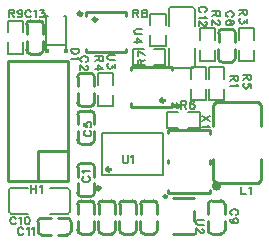
<source format=gto>
G04 Layer: TopSilkscreenLayer*
G04 EasyEDA Pro v1.9.26, 2022-12-23 16:44:12*
G04 Gerber Generator version 0.3*
G04 Scale: 100 percent, Rotated: No, Reflected: No*
G04 Dimensions in millimeters*
G04 Leading zeros omitted, absolute positions, 3 integers and 3 decimals*
%FSLAX33Y33*%
%MOMM*%
%ADD10C,0.1524*%
%ADD11C,0.254*%
%ADD12C,0.0254*%
%ADD13C,0.299999*%
%ADD14C,0.399999*%
G75*


G04 Text Start*
G04 //text: L1*
G54D10*
G01X21666Y-15568D02*
G01X21666Y-16218D01*
G01X21666Y-16218D02*
G01X22037Y-16218D01*
G01X22339Y-15692D02*
G01X22400Y-15659D01*
G01X22494Y-15568D01*
G01Y-16218D01*
G04 //text: C11*
G01X3208Y-19152D02*
G01X3178Y-19088D01*
G01X3114Y-19027D01*
G01X3053Y-18997D01*
G01X2929D01*
G01X2868Y-19027D01*
G01X2804Y-19088D01*
G01X2774Y-19152D01*
G01X2743Y-19243D01*
G01Y-19398D01*
G01X2774Y-19492D01*
G01X2804Y-19553D01*
G01X2868Y-19616D01*
G01X2929Y-19647D01*
G01X3053D01*
G01X3114Y-19616D01*
G01X3178Y-19553D01*
G01X3208Y-19492D01*
G01X3508Y-19121D02*
G01X3571Y-19088D01*
G01X3663Y-18997D01*
G01Y-19647D01*
G01X3965Y-19121D02*
G01X4026Y-19088D01*
G01X4120Y-18997D01*
G01Y-19647D01*
G04 //text: U1*
G01X11633Y-12901D02*
G01X11633Y-13365D01*
G01X11664Y-13457D01*
G01X11727Y-13520D01*
G01X11819Y-13551D01*
G01X11882D01*
G01X11974Y-13520D01*
G01X12035Y-13457D01*
G01X12068Y-13365D01*
G01Y-12901D01*
G01X12367Y-13025D02*
G01X12431Y-12992D01*
G01X12522Y-12901D01*
G01Y-13551D01*
G04 //text: C1*
G01X8362Y-14699D02*
G01X8299Y-14729D01*
G01X8238Y-14793D01*
G01X8207Y-14854D01*
G01Y-14978D01*
G01X8238Y-15039D01*
G01X8299Y-15103D01*
G01X8362Y-15133D01*
G01X8453Y-15164D01*
G01X8608D01*
G01X8702Y-15133D01*
G01X8763Y-15103D01*
G01X8827Y-15039D01*
G01X8857Y-14978D01*
G01Y-14854D01*
G01X8827Y-14793D01*
G01X8763Y-14729D01*
G01X8702Y-14699D01*
G01X8332Y-14399D02*
G01X8299Y-14336D01*
G01X8207Y-14244D01*
G01X8857D01*
G04 //text: C5*
G01X8482Y-10807D02*
G01X8419Y-10837D01*
G01X8358Y-10900D01*
G01X8327Y-10961D01*
G01Y-11086D01*
G01X8358Y-11147D01*
G01X8419Y-11210D01*
G01X8482Y-11241D01*
G01X8574Y-11271D01*
G01X8729D01*
G01X8822Y-11241D01*
G01X8883Y-11210D01*
G01X8947Y-11147D01*
G01X8977Y-11086D01*
G01Y-10961D01*
G01X8947Y-10900D01*
G01X8883Y-10837D01*
G01X8822Y-10807D01*
G01X8327Y-10133D02*
G01X8327Y-10443D01*
G01X8604Y-10474D01*
G01X8574Y-10443D01*
G01X8543Y-10352D01*
G01Y-10258D01*
G01X8574Y-10166D01*
G01X8637Y-10103D01*
G01X8729Y-10072D01*
G01X8792D01*
G01X8883Y-10103D01*
G01X8947Y-10166D01*
G01X8977Y-10258D01*
G01Y-10352D01*
G01X8947Y-10443D01*
G01X8914Y-10474D01*
G01X8853Y-10507D01*
G04 //text: R6*
G01X16586Y-8329D02*
G01X16586Y-8979D01*
G01X16586Y-8329D02*
G01X16866Y-8329D01*
G01X16957Y-8359D01*
G01X16988Y-8390D01*
G01X17021Y-8453D01*
G01Y-8514D01*
G01X16988Y-8575D01*
G01X16957Y-8606D01*
G01X16866Y-8639D01*
G01X16586D01*
G01X16802Y-8639D02*
G01X17021Y-8979D01*
G01X17691Y-8420D02*
G01X17661Y-8359D01*
G01X17569Y-8329D01*
G01X17506D01*
G01X17414Y-8359D01*
G01X17351Y-8453D01*
G01X17320Y-8606D01*
G01Y-8760D01*
G01X17351Y-8885D01*
G01X17414Y-8948D01*
G01X17506Y-8979D01*
G01X17536D01*
G01X17630Y-8948D01*
G01X17691Y-8885D01*
G01X17724Y-8793D01*
G01Y-8760D01*
G01X17691Y-8669D01*
G01X17630Y-8606D01*
G01X17536Y-8575D01*
G01X17506D01*
G01X17414Y-8606D01*
G01X17351Y-8669D01*
G01X17320Y-8760D01*
G04 //text: X1*
G01X18976Y-9601D02*
G01X18326Y-10036D01*
G01X18976Y-10036D02*
G01X18326Y-9601D01*
G01X18852Y-10335D02*
G01X18885Y-10399D01*
G01X18976Y-10490D01*
G01X18326D01*
G04 //text: U2*
G01X18468Y-18364D02*
G01X18004Y-18364D01*
G01X17912Y-18395D01*
G01X17849Y-18458D01*
G01X17818Y-18550D01*
G01Y-18613D01*
G01X17849Y-18705D01*
G01X17912Y-18766D01*
G01X18004Y-18799D01*
G01X18468D01*
G01X18313Y-19129D02*
G01X18344Y-19129D01*
G01X18407Y-19162D01*
G01X18438Y-19192D01*
G01X18468Y-19253D01*
G01Y-19378D01*
G01X18438Y-19439D01*
G01X18407Y-19469D01*
G01X18344Y-19502D01*
G01X18283D01*
G01X18222Y-19469D01*
G01X18128Y-19408D01*
G01X17818Y-19098D01*
G01Y-19533D01*
G04 //text: C9*
G01X21234Y-17940D02*
G01X21298Y-17910D01*
G01X21359Y-17846D01*
G01X21389Y-17785D01*
G01Y-17661D01*
G01X21359Y-17600D01*
G01X21298Y-17536D01*
G01X21234Y-17506D01*
G01X21143Y-17475D01*
G01X20988D01*
G01X20894Y-17506D01*
G01X20833Y-17536D01*
G01X20770Y-17600D01*
G01X20739Y-17661D01*
G01Y-17785D01*
G01X20770Y-17846D01*
G01X20833Y-17910D01*
G01X20894Y-17940D01*
G01X21173Y-18644D02*
G01X21079Y-18613D01*
G01X21019Y-18550D01*
G01X20988Y-18458D01*
G01Y-18425D01*
G01X21019Y-18334D01*
G01X21079Y-18273D01*
G01X21173Y-18240D01*
G01X21204D01*
G01X21298Y-18273D01*
G01X21359Y-18334D01*
G01X21389Y-18425D01*
G01Y-18458D01*
G01X21359Y-18550D01*
G01X21298Y-18613D01*
G01X21173Y-18644D01*
G01X21019D01*
G01X20864Y-18613D01*
G01X20770Y-18550D01*
G01X20739Y-18458D01*
G01Y-18395D01*
G01X20770Y-18303D01*
G01X20833Y-18273D01*
G04 //text: R7*
G01X12901Y-5258D02*
G01X13551Y-5258D01*
G01X12901Y-5258D02*
G01X12901Y-4978D01*
G01X12931Y-4887D01*
G01X12962Y-4856D01*
G01X13025Y-4823D01*
G01X13086D01*
G01X13147Y-4856D01*
G01X13178Y-4887D01*
G01X13211Y-4978D01*
G01Y-5258D01*
G01X13211Y-5042D02*
G01X13551Y-4823D01*
G01X12901Y-4089D02*
G01X13551Y-4399D01*
G01X12901Y-4524D02*
G01X12901Y-4089D01*
G04 //text: R8*
G01X12522Y-582D02*
G01X12522Y-1232D01*
G01X12522Y-582D02*
G01X12802Y-582D01*
G01X12893Y-612D01*
G01X12924Y-643D01*
G01X12957Y-706D01*
G01Y-767D01*
G01X12924Y-828D01*
G01X12893Y-859D01*
G01X12802Y-892D01*
G01X12522D01*
G01X12738Y-892D02*
G01X12957Y-1232D01*
G01X13411Y-582D02*
G01X13320Y-612D01*
G01X13287Y-673D01*
G01Y-737D01*
G01X13320Y-798D01*
G01X13381Y-828D01*
G01X13505Y-859D01*
G01X13597Y-892D01*
G01X13660Y-952D01*
G01X13691Y-1013D01*
G01Y-1107D01*
G01X13660Y-1168D01*
G01X13627Y-1201D01*
G01X13536Y-1232D01*
G01X13411D01*
G01X13320Y-1201D01*
G01X13287Y-1168D01*
G01X13256Y-1107D01*
G01Y-1013D01*
G01X13287Y-952D01*
G01X13350Y-892D01*
G01X13442Y-859D01*
G01X13566Y-828D01*
G01X13627Y-798D01*
G01X13660Y-737D01*
G01Y-673D01*
G01X13627Y-612D01*
G01X13536Y-582D01*
G01X13411D01*
G04 //text: C2*
G01X8534Y-4986D02*
G01X8598Y-4956D01*
G01X8659Y-4892D01*
G01X8689Y-4831D01*
G01Y-4707D01*
G01X8659Y-4646D01*
G01X8598Y-4582D01*
G01X8534Y-4552D01*
G01X8443Y-4521D01*
G01X8288D01*
G01X8194Y-4552D01*
G01X8133Y-4582D01*
G01X8070Y-4646D01*
G01X8039Y-4707D01*
G01Y-4831D01*
G01X8070Y-4892D01*
G01X8133Y-4956D01*
G01X8194Y-4986D01*
G01X8534Y-5319D02*
G01X8565Y-5319D01*
G01X8628Y-5349D01*
G01X8659Y-5380D01*
G01X8689Y-5441D01*
G01Y-5565D01*
G01X8659Y-5626D01*
G01X8628Y-5659D01*
G01X8565Y-5690D01*
G01X8504D01*
G01X8443Y-5659D01*
G01X8349Y-5596D01*
G01X8039Y-5286D01*
G01Y-5720D01*
G04 //text: R4*
G01X9959Y-4521D02*
G01X9309Y-4521D01*
G01X9959Y-4521D02*
G01X9959Y-4801D01*
G01X9929Y-4892D01*
G01X9898Y-4923D01*
G01X9835Y-4956D01*
G01X9774D01*
G01X9713Y-4923D01*
G01X9682Y-4892D01*
G01X9649Y-4801D01*
G01Y-4521D01*
G01X9649Y-4737D02*
G01X9309Y-4956D01*
G01X9959Y-5565D02*
G01X9528Y-5255D01*
G01Y-5720D01*
G01X9959Y-5565D02*
G01X9309Y-5565D01*
G04 //text: R2*
G01X19865Y-711D02*
G01X19215Y-711D01*
G01X19865Y-711D02*
G01X19865Y-991D01*
G01X19835Y-1082D01*
G01X19804Y-1113D01*
G01X19741Y-1146D01*
G01X19680D01*
G01X19619Y-1113D01*
G01X19588Y-1082D01*
G01X19555Y-991D01*
G01Y-711D01*
G01X19555Y-927D02*
G01X19215Y-1146D01*
G01X19710Y-1476D02*
G01X19741Y-1476D01*
G01X19804Y-1509D01*
G01X19835Y-1539D01*
G01X19865Y-1600D01*
G01Y-1725D01*
G01X19835Y-1786D01*
G01X19804Y-1816D01*
G01X19741Y-1849D01*
G01X19680D01*
G01X19619Y-1816D01*
G01X19525Y-1755D01*
G01X19215Y-1445D01*
G01Y-1880D01*
G04 //text: R3*
G01X22151Y-584D02*
G01X21501Y-584D01*
G01X22151Y-584D02*
G01X22151Y-864D01*
G01X22121Y-955D01*
G01X22090Y-986D01*
G01X22027Y-1019D01*
G01X21966D01*
G01X21905Y-986D01*
G01X21874Y-955D01*
G01X21841Y-864D01*
G01Y-584D01*
G01X21841Y-800D02*
G01X21501Y-1019D01*
G01X22151Y-1382D02*
G01X22151Y-1722D01*
G01X21905Y-1534D01*
G01Y-1628D01*
G01X21874Y-1689D01*
G01X21841Y-1722D01*
G01X21750Y-1753D01*
G01X21687D01*
G01X21595Y-1722D01*
G01X21532Y-1659D01*
G01X21501Y-1567D01*
G01Y-1473D01*
G01X21532Y-1382D01*
G01X21565Y-1349D01*
G01X21626Y-1318D01*
G04 //text: R1*
G01X21389Y-6172D02*
G01X20739Y-6172D01*
G01X21389Y-6172D02*
G01X21389Y-6452D01*
G01X21359Y-6543D01*
G01X21328Y-6574D01*
G01X21265Y-6607D01*
G01X21204D01*
G01X21143Y-6574D01*
G01X21112Y-6543D01*
G01X21079Y-6452D01*
G01Y-6172D01*
G01X21079Y-6388D02*
G01X20739Y-6607D01*
G01X21265Y-6906D02*
G01X21298Y-6970D01*
G01X21389Y-7061D01*
G01X20739D01*
G04 //text: R5*
G01X22494Y-6083D02*
G01X21844Y-6083D01*
G01X22494Y-6083D02*
G01X22494Y-6363D01*
G01X22464Y-6454D01*
G01X22433Y-6485D01*
G01X22370Y-6518D01*
G01X22309D01*
G01X22248Y-6485D01*
G01X22217Y-6454D01*
G01X22184Y-6363D01*
G01Y-6083D01*
G01X22184Y-6299D02*
G01X21844Y-6518D01*
G01X22494Y-7188D02*
G01X22494Y-6881D01*
G01X22217Y-6848D01*
G01X22248Y-6881D01*
G01X22278Y-6972D01*
G01Y-7066D01*
G01X22248Y-7158D01*
G01X22184Y-7221D01*
G01X22093Y-7252D01*
G01X22029D01*
G01X21938Y-7221D01*
G01X21874Y-7158D01*
G01X21844Y-7066D01*
G01Y-6972D01*
G01X21874Y-6881D01*
G01X21908Y-6848D01*
G01X21968Y-6817D01*
G04 //text: D1*
G01X7927Y-3886D02*
G01X7277Y-3886D01*
G01X7927Y-3886D02*
G01X7927Y-4102D01*
G01X7897Y-4196D01*
G01X7836Y-4257D01*
G01X7772Y-4288D01*
G01X7681Y-4321D01*
G01X7526D01*
G01X7432Y-4288D01*
G01X7371Y-4257D01*
G01X7308Y-4196D01*
G01X7277Y-4102D01*
G01Y-3886D01*
G01X7803Y-4620D02*
G01X7836Y-4684D01*
G01X7927Y-4775D01*
G01X7277D01*
G04 //text: R9*
G01X1981Y-582D02*
G01X1981Y-1232D01*
G01X1981Y-582D02*
G01X2261Y-582D01*
G01X2352Y-612D01*
G01X2383Y-643D01*
G01X2416Y-706D01*
G01Y-767D01*
G01X2383Y-828D01*
G01X2352Y-859D01*
G01X2261Y-892D01*
G01X1981D01*
G01X2197Y-892D02*
G01X2416Y-1232D01*
G01X3119Y-798D02*
G01X3086Y-892D01*
G01X3025Y-952D01*
G01X2931Y-983D01*
G01X2901D01*
G01X2809Y-952D01*
G01X2746Y-892D01*
G01X2715Y-798D01*
G01Y-767D01*
G01X2746Y-673D01*
G01X2809Y-612D01*
G01X2901Y-582D01*
G01X2931D01*
G01X3025Y-612D01*
G01X3086Y-673D01*
G01X3119Y-798D01*
G01Y-952D01*
G01X3086Y-1107D01*
G01X3025Y-1201D01*
G01X2931Y-1232D01*
G01X2870D01*
G01X2779Y-1201D01*
G01X2746Y-1138D01*
G04 //text: C13*
G01X3843Y-737D02*
G01X3813Y-673D01*
G01X3749Y-612D01*
G01X3688Y-582D01*
G01X3564D01*
G01X3503Y-612D01*
G01X3439Y-673D01*
G01X3409Y-737D01*
G01X3378Y-828D01*
G01Y-983D01*
G01X3409Y-1077D01*
G01X3439Y-1138D01*
G01X3503Y-1201D01*
G01X3564Y-1232D01*
G01X3688D01*
G01X3749Y-1201D01*
G01X3813Y-1138D01*
G01X3843Y-1077D01*
G01X4143Y-706D02*
G01X4206Y-673D01*
G01X4298Y-582D01*
G01Y-1232D01*
G01X4661Y-582D02*
G01X5001Y-582D01*
G01X4816Y-828D01*
G01X4910D01*
G01X4971Y-859D01*
G01X5001Y-892D01*
G01X5032Y-983D01*
G01Y-1046D01*
G01X5001Y-1138D01*
G01X4940Y-1201D01*
G01X4846Y-1232D01*
G01X4755D01*
G01X4661Y-1201D01*
G01X4630Y-1168D01*
G01X4600Y-1107D01*
G04 //text: H1*
G01X3886Y-15441D02*
G01X3886Y-16091D01*
G01X4321Y-15441D02*
G01X4321Y-16091D01*
G01X3886Y-15751D02*
G01X4321Y-15751D01*
G01X4620Y-15565D02*
G01X4684Y-15532D01*
G01X4775Y-15441D01*
G01Y-16091D01*
G04 //text: C12*
G01X18567Y-795D02*
G01X18631Y-765D01*
G01X18692Y-701D01*
G01X18722Y-640D01*
G01Y-516D01*
G01X18692Y-455D01*
G01X18631Y-391D01*
G01X18567Y-361D01*
G01X18476Y-330D01*
G01X18321D01*
G01X18227Y-361D01*
G01X18166Y-391D01*
G01X18103Y-455D01*
G01X18072Y-516D01*
G01Y-640D01*
G01X18103Y-701D01*
G01X18166Y-765D01*
G01X18227Y-795D01*
G01X18598Y-1095D02*
G01X18631Y-1158D01*
G01X18722Y-1250D01*
G01X18072D01*
G01X18567Y-1582D02*
G01X18598Y-1582D01*
G01X18661Y-1613D01*
G01X18692Y-1643D01*
G01X18722Y-1707D01*
G01Y-1829D01*
G01X18692Y-1892D01*
G01X18661Y-1923D01*
G01X18598Y-1953D01*
G01X18537D01*
G01X18476Y-1923D01*
G01X18382Y-1862D01*
G01X18072Y-1552D01*
G01Y-1984D01*
G04 //text: C10*
G01X2573Y-18263D02*
G01X2543Y-18199D01*
G01X2479Y-18138D01*
G01X2418Y-18108D01*
G01X2294D01*
G01X2233Y-18138D01*
G01X2169Y-18199D01*
G01X2139Y-18263D01*
G01X2108Y-18354D01*
G01Y-18509D01*
G01X2139Y-18603D01*
G01X2169Y-18664D01*
G01X2233Y-18727D01*
G01X2294Y-18758D01*
G01X2418D01*
G01X2479Y-18727D01*
G01X2543Y-18664D01*
G01X2573Y-18603D01*
G01X2873Y-18232D02*
G01X2936Y-18199D01*
G01X3028Y-18108D01*
G01Y-18758D01*
G01X3515Y-18108D02*
G01X3421Y-18138D01*
G01X3360Y-18232D01*
G01X3330Y-18385D01*
G01Y-18478D01*
G01X3360Y-18633D01*
G01X3421Y-18727D01*
G01X3515Y-18758D01*
G01X3576D01*
G01X3670Y-18727D01*
G01X3731Y-18633D01*
G01X3762Y-18478D01*
G01Y-18385D01*
G01X3731Y-18232D01*
G01X3670Y-18138D01*
G01X3576Y-18108D01*
G01X3515D01*
G04 //text: U3*
G01X10975Y-4394D02*
G01X10511Y-4394D01*
G01X10419Y-4425D01*
G01X10356Y-4488D01*
G01X10325Y-4580D01*
G01Y-4643D01*
G01X10356Y-4735D01*
G01X10419Y-4796D01*
G01X10511Y-4829D01*
G01X10975D01*
G01X10975Y-5192D02*
G01X10975Y-5532D01*
G01X10729Y-5344D01*
G01Y-5438D01*
G01X10698Y-5499D01*
G01X10665Y-5532D01*
G01X10574Y-5563D01*
G01X10511D01*
G01X10419Y-5532D01*
G01X10356Y-5469D01*
G01X10325Y-5377D01*
G01Y-5283D01*
G01X10356Y-5192D01*
G01X10389Y-5159D01*
G01X10450Y-5128D01*
G04 //text: U4*
G01X13261Y-2235D02*
G01X12797Y-2235D01*
G01X12705Y-2266D01*
G01X12642Y-2329D01*
G01X12611Y-2421D01*
G01Y-2484D01*
G01X12642Y-2576D01*
G01X12705Y-2637D01*
G01X12797Y-2670D01*
G01X13261D01*
G01X13261Y-3279D02*
G01X12830Y-2969D01*
G01Y-3434D01*
G01X13261Y-3279D02*
G01X12611Y-3279D01*
G04 //text: C6*
G01X20853Y-1176D02*
G01X20917Y-1146D01*
G01X20978Y-1082D01*
G01X21008Y-1021D01*
G01Y-897D01*
G01X20978Y-836D01*
G01X20917Y-772D01*
G01X20853Y-742D01*
G01X20762Y-711D01*
G01X20607D01*
G01X20513Y-742D01*
G01X20452Y-772D01*
G01X20389Y-836D01*
G01X20358Y-897D01*
G01Y-1021D01*
G01X20389Y-1082D01*
G01X20452Y-1146D01*
G01X20513Y-1176D01*
G01X20917Y-1849D02*
G01X20978Y-1816D01*
G01X21008Y-1725D01*
G01Y-1661D01*
G01X20978Y-1570D01*
G01X20884Y-1509D01*
G01X20731Y-1476D01*
G01X20577D01*
G01X20452Y-1509D01*
G01X20389Y-1570D01*
G01X20358Y-1661D01*
G01Y-1694D01*
G01X20389Y-1786D01*
G01X20452Y-1849D01*
G01X20544Y-1880D01*
G01X20577D01*
G01X20668Y-1849D01*
G01X20731Y-1786D01*
G01X20762Y-1694D01*
G01Y-1661D01*
G01X20731Y-1570D01*
G01X20668Y-1509D01*
G01X20577Y-1476D01*
G04 Text End*

G04 PolygonModel Start*
G54D11*
G01X19304Y-10415D02*
G01X19304Y-8637D01*
G01X19304Y-8637D02*
G01X19558Y-8383D01*
G01X19558Y-8383D02*
G01X23114Y-8383D01*
G01X23114Y-8383D02*
G01X23368Y-8637D01*
G01X23368Y-8637D02*
G01X23368Y-10410D01*
G01X23368Y-13207D02*
G01X23368Y-14985D01*
G01X23368Y-14985D02*
G01X23114Y-15239D01*
G01X23114Y-15239D02*
G01X19558Y-15239D01*
G01X19558Y-15239D02*
G01X19304Y-14985D01*
G01X19304Y-14985D02*
G01X19304Y-13212D01*
G01X7232Y-18523D02*
G01X7232Y-19323D01*
G01X6122Y-18213D02*
G01X6922Y-18213D01*
G01X6122Y-19633D02*
G01X6922Y-19633D01*
G01X5546Y-18208D02*
G01X4746Y-18208D01*
G01X4437Y-18517D02*
G01X4437Y-19317D01*
G01X5546Y-19627D02*
G01X4746Y-19627D01*
G01X4436Y-18517D02*
G02X4746Y-18208I310J0D01*
G01X4746Y-19627D02*
G02X4436Y-19317I-0J310D01*
G01X6922Y-18213D02*
G02X7232Y-18523I0J-310D01*
G01X7232Y-19323D02*
G02X6922Y-19633I-310J0D01*
G54D10*
G01X9870Y-14598D02*
G01X9870Y-11055D01*
G01X9870Y-11055D02*
G01X15022Y-11055D01*
G01X15022Y-11055D02*
G01X15022Y-14598D01*
G01X15022Y-14598D02*
G01X9870Y-14598D01*
G54D11*
G01X8115Y-13596D02*
G01X8915Y-13596D01*
G01X7805Y-14706D02*
G01X7805Y-13906D01*
G01X9224Y-14706D02*
G01X9224Y-13906D01*
G01X7799Y-15282D02*
G01X7799Y-16082D01*
G01X8109Y-16391D02*
G01X8909Y-16391D01*
G01X9219Y-15282D02*
G01X9219Y-16082D01*
G01X8109Y-16392D02*
G02X7799Y-16082I0J310D01*
G01X9219Y-16082D02*
G02X8909Y-16392I-310J-0D01*
G01X7805Y-13906D02*
G02X8115Y-13596I310J0D01*
G01X8915Y-13596D02*
G02X9224Y-13906I0J-310D01*
G01X9890Y-16755D02*
G01X10690Y-16755D01*
G01X9580Y-17865D02*
G01X9580Y-17065D01*
G01X11000Y-17865D02*
G01X11000Y-17065D01*
G01X9574Y-18441D02*
G01X9574Y-19241D01*
G01X9884Y-19551D02*
G01X10684Y-19551D01*
G01X10994Y-18441D02*
G01X10994Y-19241D01*
G01X9884Y-19551D02*
G02X9574Y-19241I0J310D01*
G01X10994Y-19241D02*
G02X10684Y-19551I-310J-0D01*
G01X9580Y-17065D02*
G02X9890Y-16755I310J0D01*
G01X10690Y-16755D02*
G02X11000Y-17065I0J-310D01*
G01X11665Y-16755D02*
G01X12465Y-16755D01*
G01X11355Y-17865D02*
G01X11355Y-17065D01*
G01X12775Y-17865D02*
G01X12775Y-17065D01*
G01X11350Y-18441D02*
G01X11350Y-19241D01*
G01X11659Y-19551D02*
G01X12459Y-19551D01*
G01X12769Y-18441D02*
G01X12769Y-19241D01*
G01X11659Y-19551D02*
G02X11350Y-19241I0J310D01*
G01X12769Y-19241D02*
G02X12459Y-19551I-310J-0D01*
G01X11355Y-17065D02*
G02X11665Y-16755I310J0D01*
G01X12465Y-16755D02*
G02X12775Y-17065I0J-310D01*
G01X8115Y-9151D02*
G01X8915Y-9151D01*
G01X7805Y-10261D02*
G01X7805Y-9461D01*
G01X9224Y-10261D02*
G01X9224Y-9461D01*
G01X7799Y-10837D02*
G01X7799Y-11637D01*
G01X8109Y-11946D02*
G01X8909Y-11946D01*
G01X9219Y-10837D02*
G01X9219Y-11637D01*
G01X8109Y-11947D02*
G02X7799Y-11637I0J310D01*
G01X9219Y-11637D02*
G02X8909Y-11947I-310J-0D01*
G01X7805Y-9461D02*
G02X8115Y-9151I310J0D01*
G01X8915Y-9151D02*
G02X9224Y-9461I0J-310D01*
G54D10*
G01X17190Y-10567D02*
G01X18149Y-10567D01*
G01X18149Y-10567D02*
G01X18149Y-9245D01*
G01X18149Y-9245D02*
G01X17190Y-9245D01*
G01X16338Y-10567D02*
G01X15379Y-10567D01*
G01X15379Y-10567D02*
G01X15379Y-9245D01*
G01X15379Y-9245D02*
G01X16338Y-9245D01*
G54D11*
G01X18974Y-15849D02*
G01X18974Y-16111D01*
G01X18974Y-16111D02*
G01X18720Y-16111D01*
G01X18974Y-13309D02*
G01X18974Y-13615D01*
G01X15418Y-11061D02*
G01X15418Y-10777D01*
G01X15418Y-10777D02*
G01X18974Y-10777D01*
G01X18974Y-10777D02*
G01X18974Y-11075D01*
G01X15418Y-13601D02*
G01X15418Y-13323D01*
G01X18720Y-16111D02*
G01X15418Y-16111D01*
G01X15418Y-16111D02*
G01X15418Y-15863D01*
G01X17662Y-16485D02*
G01X15862Y-16485D01*
G01X17662Y-17635D02*
G01X17662Y-18435D01*
G01X17662Y-19585D02*
G01X15862Y-19585D01*
G01X19156Y-16755D02*
G01X19956Y-16755D01*
G01X18846Y-17865D02*
G01X18846Y-17065D01*
G01X20266Y-17865D02*
G01X20266Y-17065D01*
G01X18840Y-18441D02*
G01X18840Y-19241D01*
G01X19150Y-19551D02*
G01X19950Y-19551D01*
G01X20260Y-18441D02*
G01X20260Y-19241D01*
G01X19150Y-19551D02*
G02X18840Y-19241I0J310D01*
G01X20260Y-19241D02*
G02X19950Y-19551I-310J-0D01*
G01X18846Y-17065D02*
G02X19156Y-16755I310J0D01*
G01X19956Y-16755D02*
G02X20266Y-17065I0J-310D01*
G01X13441Y-16755D02*
G01X14241Y-16755D01*
G01X13131Y-17865D02*
G01X13131Y-17065D01*
G01X14551Y-17865D02*
G01X14551Y-17065D01*
G01X13125Y-18441D02*
G01X13125Y-19241D01*
G01X13435Y-19551D02*
G01X14235Y-19551D01*
G01X14545Y-18441D02*
G01X14545Y-19241D01*
G01X13435Y-19551D02*
G02X13125Y-19241I0J310D01*
G01X14545Y-19241D02*
G02X14235Y-19551I-310J-0D01*
G01X13131Y-17065D02*
G02X13441Y-16755I310J0D01*
G01X14241Y-16755D02*
G02X14551Y-17065I0J-310D01*
G54D10*
G01X13417Y-3911D02*
G01X12458Y-3911D01*
G01X12458Y-3911D02*
G01X12458Y-5233D01*
G01X12458Y-5233D02*
G01X13417Y-5233D01*
G01X14269Y-3911D02*
G01X15228Y-3911D01*
G01X15228Y-3911D02*
G01X15228Y-5233D01*
G01X15228Y-5233D02*
G01X14269Y-5233D01*
G01X13944Y-2721D02*
G01X13944Y-3680D01*
G01X13944Y-3680D02*
G01X15266Y-3680D01*
G01X15266Y-3680D02*
G01X15266Y-2721D01*
G01X13944Y-1868D02*
G01X13944Y-910D01*
G01X13944Y-910D02*
G01X15266Y-910D01*
G01X15266Y-910D02*
G01X15266Y-1868D01*
G54D11*
G01X8909Y-8756D02*
G01X8109Y-8756D01*
G01X9219Y-7646D02*
G01X9219Y-8446D01*
G01X7799Y-7646D02*
G01X7799Y-8446D01*
G01X9224Y-7070D02*
G01X9224Y-6270D01*
G01X8915Y-5961D02*
G01X8115Y-5961D01*
G01X7805Y-7070D02*
G01X7805Y-6270D01*
G01X8915Y-5960D02*
G02X9224Y-6270I0J-310D01*
G01X7805Y-6270D02*
G02X8115Y-5960I310J0D01*
G01X9219Y-8446D02*
G02X8909Y-8756I-310J-0D01*
G01X8109Y-8756D02*
G02X7799Y-8446I0J310D01*
G54D10*
G01X10821Y-6940D02*
G01X10821Y-5981D01*
G01X10821Y-5981D02*
G01X9499Y-5981D01*
G01X9499Y-5981D02*
G01X9499Y-6940D01*
G01X10821Y-7792D02*
G01X10821Y-8751D01*
G01X10821Y-8751D02*
G01X9499Y-8751D01*
G01X9499Y-8751D02*
G01X9499Y-7792D01*
G01X19457Y-3130D02*
G01X19457Y-2171D01*
G01X19457Y-2171D02*
G01X18135Y-2171D01*
G01X18135Y-2171D02*
G01X18135Y-3130D01*
G01X19457Y-3982D02*
G01X19457Y-4941D01*
G01X19457Y-4941D02*
G01X18135Y-4941D01*
G01X18135Y-4941D02*
G01X18135Y-3982D01*
G01X21437Y-3982D02*
G01X21437Y-4941D01*
G01X21437Y-4941D02*
G01X22759Y-4941D01*
G01X22759Y-4941D02*
G01X22759Y-3982D01*
G01X21437Y-3130D02*
G01X21437Y-2171D01*
G01X21437Y-2171D02*
G01X22759Y-2171D01*
G01X22759Y-2171D02*
G01X22759Y-3130D01*
G01X17373Y-7284D02*
G01X17373Y-8243D01*
G01X17373Y-8243D02*
G01X18695Y-8243D01*
G01X18695Y-8243D02*
G01X18695Y-7284D01*
G01X17373Y-6432D02*
G01X17373Y-5473D01*
G01X17373Y-5473D02*
G01X18695Y-5473D01*
G01X18695Y-5473D02*
G01X18695Y-6432D01*
G01X20219Y-6432D02*
G01X20219Y-5473D01*
G01X20219Y-5473D02*
G01X18897Y-5473D01*
G01X18897Y-5473D02*
G01X18897Y-6432D01*
G01X20219Y-7284D02*
G01X20219Y-8243D01*
G01X20219Y-8243D02*
G01X18897Y-8243D01*
G01X18897Y-8243D02*
G01X18897Y-7284D01*
G01X5103Y-3946D02*
G01X5103Y-1134D01*
G01X5103Y-1134D02*
G01X5271Y-1134D01*
G01X6835Y-3946D02*
G01X6835Y-1134D01*
G01X6835Y-1134D02*
G01X6667Y-1134D01*
G01X5103Y-3589D02*
G01X6835Y-3589D01*
G36*
G01X5027Y-3870D02*
G01X5322Y-3870D01*
G01Y-4175D01*
G01X5027D01*
G01Y-3870D01*
G37*
G54D12*
G01X5027Y-3870D02*
G01X5322Y-3870D01*
G01Y-4175D01*
G01X5027D01*
G01Y-3870D01*
G36*
G01X6911Y-3870D02*
G01X6616Y-3870D01*
G01Y-4175D01*
G01X6911D01*
G01Y-3870D01*
G37*
G01X6911Y-3870D02*
G01X6616Y-3870D01*
G01Y-4175D01*
G01X6911D01*
G01Y-3870D01*
G54D10*
G01X1879Y-3347D02*
G01X1879Y-4306D01*
G01X1879Y-4306D02*
G01X3201Y-4306D01*
G01X3201Y-4306D02*
G01X3201Y-3347D01*
G01X1879Y-2495D02*
G01X1879Y-1536D01*
G01X1879Y-1536D02*
G01X3201Y-1536D01*
G01X3201Y-1536D02*
G01X3201Y-2495D01*
G54D11*
G01X4591Y-4311D02*
G01X3791Y-4311D01*
G01X4901Y-3201D02*
G01X4901Y-4001D01*
G01X3481Y-3201D02*
G01X3481Y-4001D01*
G01X4906Y-2625D02*
G01X4906Y-1825D01*
G01X4597Y-1516D02*
G01X3797Y-1516D01*
G01X3487Y-2625D02*
G01X3487Y-1825D01*
G01X4597Y-1515D02*
G02X4906Y-1825I0J-310D01*
G01X3487Y-1825D02*
G02X3797Y-1515I310J0D01*
G01X4901Y-4001D02*
G02X4591Y-4311I-310J-0D01*
G01X3791Y-4311D02*
G02X3481Y-4001I0J310D01*
G01X4445Y-15113D02*
G01X4445Y-12573D01*
G01X4445Y-12573D02*
G01X6985Y-12573D01*
G01X1905Y-4953D02*
G01X6985Y-4953D01*
G01X6985Y-4953D02*
G01X6985Y-15113D01*
G01X6985Y-15113D02*
G01X1905Y-15113D01*
G01X1905Y-15113D02*
G01X1905Y-4963D01*
G01X8909Y-19551D02*
G01X8109Y-19551D01*
G01X9219Y-18441D02*
G01X9219Y-19241D01*
G01X7799Y-18441D02*
G01X7799Y-19241D01*
G01X9224Y-17865D02*
G01X9224Y-17065D01*
G01X8915Y-16756D02*
G01X8115Y-16756D01*
G01X7805Y-17865D02*
G01X7805Y-17065D01*
G01X8915Y-16755D02*
G02X9224Y-17065I0J-310D01*
G01X7805Y-17065D02*
G02X8115Y-16755I310J0D01*
G01X9219Y-19241D02*
G02X8909Y-19551I-310J-0D01*
G01X8109Y-19551D02*
G02X7799Y-19241I0J310D01*
G54D10*
G01X15544Y-510D02*
G01X15544Y-1995D01*
G01X17730Y-1995D02*
G01X17730Y-510D01*
G01X17577Y-357D02*
G01X15697Y-357D01*
G01X15544Y-5332D02*
G01X15544Y-3847D01*
G01X17730Y-3847D02*
G01X17730Y-5332D01*
G01X17577Y-5485D02*
G01X15697Y-5485D01*
G01X17730Y-510D02*
G03X17577Y-357I-152J0D01*
G01X15697Y-357D02*
G03X15544Y-510I0J-152D01*
G01X17730Y-5332D02*
G02X17577Y-5485I-152J0D01*
G01X15697Y-5485D02*
G02X15544Y-5332I0J152D01*
G01X6983Y-15671D02*
G01X5498Y-15671D01*
G01X5498Y-17857D02*
G01X6983Y-17857D01*
G01X7136Y-17704D02*
G01X7136Y-15824D01*
G01X2161Y-15671D02*
G01X3646Y-15671D01*
G01X3646Y-17857D02*
G01X2161Y-17857D01*
G01X2008Y-17704D02*
G01X2008Y-15824D01*
G01X6983Y-17857D02*
G03X7136Y-17704I0J152D01*
G01X7136Y-15824D02*
G03X6983Y-15671I-152J0D01*
G01X2161Y-17857D02*
G02X2008Y-17704I0J152D01*
G01X2008Y-15824D02*
G02X2161Y-15671I152J0D01*
G54D11*
G01X12367Y-8500D02*
G01X12367Y-8809D01*
G01X12367Y-8809D02*
G01X12387Y-8829D01*
G01X12373Y-8842D02*
G01X15749Y-8842D01*
G01X15749Y-8842D02*
G01X15755Y-8835D01*
G01X15755Y-8835D02*
G01X15755Y-8500D01*
G01X15755Y-5724D02*
G01X15755Y-5453D01*
G01X15755Y-5453D02*
G01X12367Y-5453D01*
G01X12367Y-5453D02*
G01X12367Y-5724D01*
G01X11890Y-1152D02*
G01X11890Y-843D01*
G01X11890Y-843D02*
G01X11870Y-823D01*
G01X11884Y-810D02*
G01X8508Y-810D01*
G01X8508Y-810D02*
G01X8502Y-817D01*
G01X8502Y-817D02*
G01X8502Y-1152D01*
G01X8502Y-3928D02*
G01X8502Y-4199D01*
G01X8502Y-4199D02*
G01X11890Y-4199D01*
G01X11890Y-4199D02*
G01X11890Y-3928D01*
G01X20047Y-2222D02*
G01X20847Y-2222D01*
G01X19737Y-3331D02*
G01X19737Y-2531D01*
G01X21157Y-3331D02*
G01X21157Y-2531D01*
G01X19732Y-3907D02*
G01X19732Y-4707D01*
G01X20041Y-5017D02*
G01X20841Y-5017D01*
G01X21151Y-3907D02*
G01X21151Y-4707D01*
G01X20041Y-5017D02*
G02X19732Y-4707I0J310D01*
G01X21151Y-4707D02*
G02X20841Y-5017I-310J-0D01*
G01X19737Y-2532D02*
G02X20047Y-2222I310J0D01*
G01X20847Y-2222D02*
G02X21157Y-2532I0J-310D01*
G04 PolygonModel End*

G04 Circle Start*
G54D13*
G01X10264Y-14097D02*
G03X10564Y-14097I150J0D01*
G03X10264I-150J0D01*
G01X9397Y-15693D02*
G03X9697Y-15693I150J0D01*
G03X9397I-150J0D01*
G54D14*
G01X19358Y-15494D02*
G03X19758Y-15494I200J0D01*
G03X19358I-200J0D01*
G54D11*
G01X15111Y-16384D02*
G03X15365Y-16384I127J0D01*
G03X15111I-127J0D01*
G54D13*
G01X14836Y-8255D02*
G03X15136Y-8255I150J0D01*
G03X14836I-150J0D01*
G01X16093Y-8721D02*
G03X16393Y-8721I150J0D01*
G03X16093I-150J0D01*
G01X9121Y-1397D02*
G03X9421Y-1397I150J0D01*
G03X9121I-150J0D01*
G01X7864Y-931D02*
G03X8164Y-931I150J0D01*
G03X7864I-150J0D01*
G04 Circle End*

M02*

</source>
